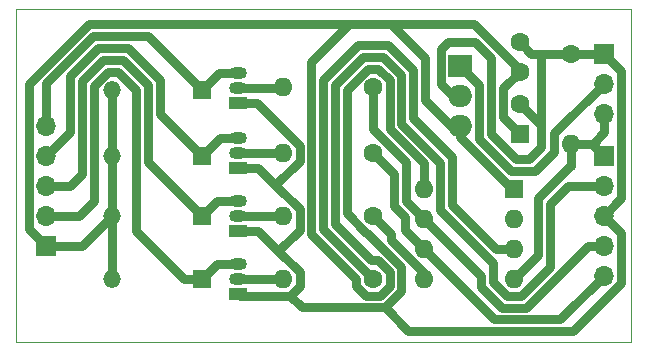
<source format=gbr>
%TF.GenerationSoftware,KiCad,Pcbnew,7.0.6-7.0.6~ubuntu22.04.1*%
%TF.CreationDate,2023-07-31T10:56:58+03:00*%
%TF.ProjectId,unipolar stepper driver,756e6970-6f6c-4617-9220-737465707065,rev?*%
%TF.SameCoordinates,Original*%
%TF.FileFunction,Copper,L1,Top*%
%TF.FilePolarity,Positive*%
%FSLAX46Y46*%
G04 Gerber Fmt 4.6, Leading zero omitted, Abs format (unit mm)*
G04 Created by KiCad (PCBNEW 7.0.6-7.0.6~ubuntu22.04.1) date 2023-07-31 10:56:58*
%MOMM*%
%LPD*%
G01*
G04 APERTURE LIST*
%TA.AperFunction,ComponentPad*%
%ADD10R,1.500000X1.050000*%
%TD*%
%TA.AperFunction,ComponentPad*%
%ADD11O,1.500000X1.050000*%
%TD*%
%TA.AperFunction,ComponentPad*%
%ADD12C,1.600000*%
%TD*%
%TA.AperFunction,ComponentPad*%
%ADD13O,1.600000X1.600000*%
%TD*%
%TA.AperFunction,ComponentPad*%
%ADD14R,1.700000X1.700000*%
%TD*%
%TA.AperFunction,ComponentPad*%
%ADD15O,1.700000X1.700000*%
%TD*%
%TA.AperFunction,ComponentPad*%
%ADD16R,1.500000X1.500000*%
%TD*%
%TA.AperFunction,ComponentPad*%
%ADD17O,1.500000X1.500000*%
%TD*%
%TA.AperFunction,ComponentPad*%
%ADD18R,1.600000X1.600000*%
%TD*%
%TA.AperFunction,ComponentPad*%
%ADD19R,2.000000X1.905000*%
%TD*%
%TA.AperFunction,ComponentPad*%
%ADD20O,2.000000X1.905000*%
%TD*%
%TA.AperFunction,Conductor*%
%ADD21C,0.800000*%
%TD*%
%TA.AperFunction,Profile*%
%ADD22C,0.100000*%
%TD*%
G04 APERTURE END LIST*
D10*
X20796000Y16732000D03*
D11*
X20796000Y18002000D03*
X20796000Y19272000D03*
D12*
X32226000Y7334000D03*
D13*
X24606000Y7334000D03*
D12*
X44672000Y27400000D03*
X44672000Y24900000D03*
X32226000Y12668000D03*
D13*
X24606000Y12668000D03*
D14*
X51784000Y17792886D03*
D15*
X51784000Y15252886D03*
X51784000Y12712886D03*
X51784000Y10172886D03*
X51784000Y7632886D03*
D14*
X51784000Y26413886D03*
D15*
X51784000Y23873886D03*
X51784000Y21333886D03*
D12*
X32226000Y23590000D03*
D13*
X24606000Y23590000D03*
D12*
X32226000Y18002000D03*
D13*
X24606000Y18002000D03*
D10*
X20796000Y6064000D03*
D11*
X20796000Y7334000D03*
X20796000Y8604000D03*
D16*
X17753000Y12668000D03*
D17*
X10133000Y12668000D03*
D16*
X17753000Y7334000D03*
D17*
X10133000Y7334000D03*
D18*
X44154000Y14944000D03*
D13*
X44154000Y12404000D03*
X44154000Y9864000D03*
X44154000Y7324000D03*
X36534000Y7324000D03*
X36534000Y9864000D03*
X36534000Y12404000D03*
X36534000Y14944000D03*
D10*
X20796000Y22214000D03*
D11*
X20796000Y23484000D03*
X20796000Y24754000D03*
D19*
X39592000Y25368000D03*
D20*
X39592000Y22828000D03*
X39592000Y20288000D03*
D18*
X44672000Y19635774D03*
D12*
X44672000Y22135774D03*
D14*
X4540000Y10133000D03*
D15*
X4540000Y12673000D03*
X4540000Y15213000D03*
X4540000Y17753000D03*
X4540000Y20293000D03*
D16*
X17753000Y23336000D03*
D17*
X10133000Y23336000D03*
D16*
X17753000Y17748000D03*
D17*
X10133000Y17748000D03*
D12*
X48990000Y26428886D03*
D13*
X48990000Y18808886D03*
D10*
X20796000Y11398000D03*
D11*
X20796000Y12668000D03*
X20796000Y13938000D03*
D21*
X24198604Y9720604D02*
X22521209Y11398000D01*
X22521209Y11398000D02*
X20796000Y11398000D01*
X25185698Y5934489D02*
X26005511Y6754302D01*
X26005511Y6754302D02*
X26005511Y7913698D01*
X26005511Y13247698D02*
X23944604Y15308604D01*
X26005511Y7913698D02*
X24198604Y9720604D01*
X24198604Y9720604D02*
X26005511Y11527511D01*
X26005511Y11527511D02*
X26005511Y13247698D01*
X23944604Y15308604D02*
X22521209Y16732000D01*
X22521209Y16732000D02*
X20796000Y16732000D01*
X26005511Y18581698D02*
X22373209Y22214000D01*
X23944604Y15308604D02*
X26005511Y17369511D01*
X26005511Y17369511D02*
X26005511Y18581698D01*
X22373209Y22214000D02*
X20796000Y22214000D01*
X33625511Y24169698D02*
X32681209Y25114000D01*
X38576000Y27400000D02*
X40862000Y27400000D01*
X35228753Y2925930D02*
X33219713Y4934970D01*
X24476489Y5934489D02*
X25185698Y5934489D01*
X20796000Y6064000D02*
X20925511Y5934489D01*
X53233511Y24964375D02*
X51784000Y26413886D01*
X31684254Y11268489D02*
X34625031Y8327712D01*
X49126963Y2925930D02*
X35228753Y2925930D01*
X37992489Y23815989D02*
X37992489Y26816489D01*
X42191039Y26070961D02*
X42191039Y19610495D01*
X33219713Y4934970D02*
X26185217Y4934970D01*
X31646302Y11268489D02*
X31684254Y11268489D01*
X45643114Y26428886D02*
X44672000Y27400000D01*
X46450000Y20357774D02*
X46450000Y26384000D01*
X31770791Y25114000D02*
X30005148Y23348357D01*
X45434000Y17494000D02*
X46450000Y18510000D01*
X46450000Y18510000D02*
X46450000Y20357774D01*
X34625030Y6340287D02*
X33219713Y4934970D01*
X46450000Y26384000D02*
X46494886Y26428886D01*
X53233511Y7032478D02*
X49126963Y2925930D01*
X38980478Y22828000D02*
X37992489Y23815989D01*
X32681209Y25114000D02*
X31770791Y25114000D01*
X30005148Y12909643D02*
X31646302Y11268489D01*
X51784000Y12712886D02*
X53233511Y11263375D01*
X34625031Y8327712D02*
X34625030Y6340287D01*
X53233511Y14162397D02*
X53233511Y24964375D01*
X48990000Y26428886D02*
X46494886Y26428886D01*
X46450000Y20357774D02*
X44672000Y22135774D01*
X51784000Y26413886D02*
X49005000Y26413886D01*
X46494886Y26428886D02*
X45643114Y26428886D01*
X42191039Y19610495D02*
X44307534Y17494000D01*
X36534000Y17139534D02*
X33625511Y20048023D01*
X33625511Y20048023D02*
X33625511Y24169698D01*
X49005000Y26413886D02*
X48990000Y26428886D01*
X53233511Y11263375D02*
X53233511Y7032478D01*
X44307534Y17494000D02*
X45434000Y17494000D01*
X26185217Y4934970D02*
X25185698Y5934489D01*
X51784000Y12712886D02*
X53233511Y14162397D01*
X39592000Y22828000D02*
X38980478Y22828000D01*
X36534000Y14944000D02*
X36534000Y17139534D01*
X30005148Y23348357D02*
X30005148Y12909643D01*
X37992489Y26816489D02*
X38576000Y27400000D01*
X40862000Y27400000D02*
X42191039Y26070961D01*
X20925511Y5934489D02*
X24476489Y5934489D01*
X10133000Y7334000D02*
X10133000Y12668000D01*
X34625030Y24583713D02*
X33095223Y26113520D01*
X3090489Y23856123D02*
X8158366Y28924000D01*
X43272489Y23500489D02*
X43272489Y21035285D01*
X44733698Y5924489D02*
X43574302Y5924489D01*
X27006589Y11139877D02*
X27006589Y25736589D01*
X48764406Y15252886D02*
X47195520Y13684000D01*
X37933511Y17153557D02*
X34625031Y20462037D01*
X36624070Y22493930D02*
X38830000Y20288000D01*
X32043767Y8929767D02*
X32609442Y8929767D01*
X33625511Y6754302D02*
X32805698Y5934489D01*
X4540000Y10133000D02*
X3090489Y11582511D01*
X51022000Y15252886D02*
X48764406Y15252886D01*
X34625031Y20462037D02*
X34625030Y24583713D01*
X33750000Y28924000D02*
X30194000Y28924000D01*
X10133000Y17748000D02*
X10133000Y23336000D01*
X38830000Y20288000D02*
X39592000Y20288000D01*
X32609442Y8929767D02*
X33625511Y7913698D01*
X43574302Y5924489D02*
X42386000Y7112791D01*
X30194000Y28924000D02*
X8158366Y28924000D01*
X47195520Y13684000D02*
X47195520Y8386311D01*
X42386000Y7112791D02*
X42386000Y8714466D01*
X40751534Y28924000D02*
X44672000Y25003534D01*
X44672000Y25003534D02*
X44672000Y24900000D01*
X30826489Y7319977D02*
X27006589Y11139877D01*
X44462886Y15252886D02*
X44154000Y14944000D01*
X44030466Y14944000D02*
X39592000Y19382466D01*
X36624070Y22493930D02*
X36624070Y26049930D01*
X33625511Y7913698D02*
X33625511Y6754302D01*
X36624070Y26049930D02*
X33750000Y28924000D01*
X44672000Y24900000D02*
X43272489Y23500489D01*
X29005628Y23762371D02*
X29005628Y11967906D01*
X31646302Y5934489D02*
X30826489Y6754302D01*
X30826489Y6754302D02*
X30826489Y7319977D01*
X27006589Y25736589D02*
X30194000Y28924000D01*
X42386000Y8714466D02*
X37933512Y13166954D01*
X44154000Y14944000D02*
X44030466Y14944000D01*
X32805698Y5934489D02*
X31646302Y5934489D01*
X40751534Y28924000D02*
X33750000Y28924000D01*
X31356776Y26113519D02*
X29005628Y23762371D01*
X43272489Y21035285D02*
X44672000Y19635774D01*
X7598000Y10133000D02*
X10133000Y12668000D01*
X4540000Y10133000D02*
X7598000Y10133000D01*
X39592000Y19382466D02*
X39592000Y20288000D01*
X33095223Y26113520D02*
X31356776Y26113519D01*
X29005628Y11967906D02*
X32043767Y8929767D01*
X3090489Y11582511D02*
X3090489Y23856123D01*
X47195520Y8386311D02*
X44733698Y5924489D01*
X10133000Y12668000D02*
X10133000Y17748000D01*
X37933512Y13166954D02*
X37933511Y17153557D01*
X13213962Y27875038D02*
X17753000Y23336000D01*
X4540000Y23892100D02*
X8522938Y27875038D01*
X17753000Y23336000D02*
X19171000Y24754000D01*
X8522938Y27875038D02*
X13213962Y27875038D01*
X19171000Y24754000D02*
X20796000Y24754000D01*
X4540000Y20293000D02*
X4540000Y23892100D01*
X6604960Y19817960D02*
X6604962Y24543528D01*
X6604962Y24543528D02*
X8936953Y26875519D01*
X8936953Y26875519D02*
X11447549Y26875519D01*
X17715040Y17748000D02*
X17753000Y17748000D01*
X14159040Y21304000D02*
X17715040Y17748000D01*
X4540000Y17753000D02*
X6604960Y19817960D01*
X17753000Y17748000D02*
X19277000Y19272000D01*
X11447549Y26875519D02*
X14159040Y24164028D01*
X14159040Y24164028D02*
X14159040Y21304000D01*
X19277000Y19272000D02*
X20796000Y19272000D01*
X13159520Y23750014D02*
X13159520Y17261480D01*
X19023000Y13938000D02*
X20796000Y13938000D01*
X11033534Y25876000D02*
X13159520Y23750014D01*
X6593480Y15213000D02*
X7604480Y16224000D01*
X13159520Y17261480D02*
X17753000Y12668000D01*
X7604480Y16224000D02*
X7604481Y24129513D01*
X4540000Y15213000D02*
X6593480Y15213000D01*
X17753000Y12668000D02*
X19023000Y13938000D01*
X7604481Y24129513D02*
X9350968Y25876000D01*
X9350968Y25876000D02*
X11033534Y25876000D01*
X4540000Y12673000D02*
X7339000Y12673000D01*
X16224000Y7334000D02*
X17753000Y7334000D01*
X8604000Y13938000D02*
X8604000Y23715498D01*
X12160000Y23336000D02*
X12160000Y11398000D01*
X9748502Y24860000D02*
X10636000Y24860000D01*
X8604000Y23715498D02*
X9748502Y24860000D01*
X17753000Y7334000D02*
X19023000Y8604000D01*
X19023000Y8604000D02*
X20796000Y8604000D01*
X12160000Y11398000D02*
X16224000Y7334000D01*
X10636000Y24860000D02*
X12160000Y23336000D01*
X7339000Y12673000D02*
X8604000Y13938000D01*
X50812886Y18808886D02*
X51784000Y19780000D01*
X48990000Y18808886D02*
X50768000Y18808886D01*
X46196000Y9366000D02*
X44154000Y7324000D01*
X50768000Y18808886D02*
X51784000Y17792886D01*
X48990000Y16892014D02*
X48896014Y16892014D01*
X48896014Y16892014D02*
X46196000Y14192000D01*
X51784000Y19780000D02*
X51784000Y21333886D01*
X50768000Y18808886D02*
X50812886Y18808886D01*
X46196000Y14192000D02*
X46196000Y9366000D01*
X48990000Y18808886D02*
X48990000Y16892014D01*
X24500000Y23484000D02*
X24606000Y23590000D01*
X20796000Y23484000D02*
X24500000Y23484000D01*
X47590489Y19680375D02*
X51784000Y23873886D01*
X43910000Y16478000D02*
X45942000Y16478000D01*
X41191520Y23768480D02*
X41191520Y19196480D01*
X39592000Y25368000D02*
X41191520Y23768480D01*
X41191520Y19196480D02*
X43910000Y16478000D01*
X47590489Y18126489D02*
X47590489Y19680375D01*
X45942000Y16478000D02*
X47590489Y18126489D01*
X20796000Y18002000D02*
X24606000Y18002000D01*
X20796000Y7334000D02*
X24606000Y7334000D01*
X41386480Y6698777D02*
X43160288Y4924969D01*
X32226000Y20034000D02*
X32226000Y23590000D01*
X41386480Y7551520D02*
X41386480Y6698777D01*
X50395629Y10172886D02*
X51784000Y10172886D01*
X35020000Y17240000D02*
X32226000Y20034000D01*
X36534000Y12404000D02*
X35020000Y13918000D01*
X36534000Y12404000D02*
X41386480Y7551520D01*
X43160288Y4924969D02*
X45147712Y4924969D01*
X45147712Y4924969D02*
X50395629Y10172886D01*
X35020000Y13918000D02*
X35020000Y17240000D01*
X32226000Y18002000D02*
X34020480Y16207520D01*
X42472551Y3925449D02*
X48076563Y3925449D01*
X34020481Y13503985D02*
X34938233Y12586233D01*
X34938233Y12586233D02*
X34938233Y11459767D01*
X34020480Y16207520D02*
X34020481Y13503985D01*
X36534000Y9864000D02*
X42472551Y3925449D01*
X34938233Y11459767D02*
X36534000Y9864000D01*
X48076563Y3925449D02*
X51784000Y7632886D01*
X33750000Y11144000D02*
X32226000Y12668000D01*
X36534000Y7324000D02*
X36534000Y7852000D01*
X36534000Y7852000D02*
X33750000Y10636000D01*
X33750000Y10636000D02*
X33750000Y11144000D01*
X38933030Y17644970D02*
X35624551Y20953449D01*
X35624549Y24997728D02*
X33509237Y27113040D01*
X30942763Y27113040D02*
X28006109Y24176386D01*
X28006109Y11553891D02*
X32226000Y7334000D01*
X38933031Y13580969D02*
X38933030Y17644970D01*
X42650000Y9864000D02*
X38933031Y13580969D01*
X35624551Y20953449D02*
X35624549Y24997728D01*
X28006109Y24176386D02*
X28006109Y11553891D01*
X44154000Y9864000D02*
X42650000Y9864000D01*
X33509237Y27113040D02*
X30942763Y27113040D01*
X20796000Y12668000D02*
X24606000Y12668000D01*
D22*
X2000000Y2000000D02*
X2000000Y30194000D01*
X54070000Y30194000D02*
X54070000Y2000000D01*
X54070000Y2000000D02*
X2000000Y2000000D01*
X2000000Y30194000D02*
X54070000Y30194000D01*
M02*

</source>
